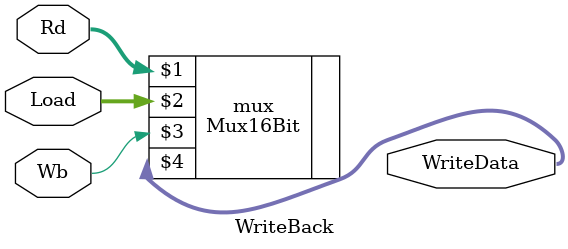
<source format=v>
module WriteBack(input [15:0]Load,
                 input [15:0]Rd,
                 input Wb,
                 output wire[15:0] WriteData
               );
Mux16Bit mux(Rd,Load,Wb,WriteData);
endmodule

</source>
